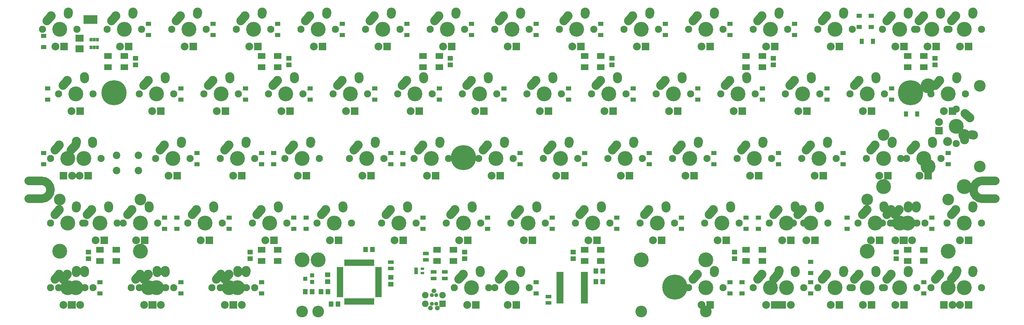
<source format=gbs>
%TF.GenerationSoftware,KiCad,Pcbnew,4.0.7*%
%TF.CreationDate,2018-01-29T01:29:02-08:00*%
%TF.ProjectId,VoyagerII,566F796167657249492E6B696361645F,rev?*%
%TF.FileFunction,Soldermask,Bot*%
%FSLAX46Y46*%
G04 Gerber Fmt 4.6, Leading zero omitted, Abs format (unit mm)*
G04 Created by KiCad (PCBNEW 4.0.7) date 01/29/18 01:29:02*
%MOMM*%
%LPD*%
G01*
G04 APERTURE LIST*
%ADD10C,0.100000*%
%ADD11C,2.501900*%
%ADD12C,7.401300*%
%ADD13C,7.400240*%
%ADD14R,1.400000X1.650000*%
%ADD15R,1.650000X1.400000*%
%ADD16R,2.430000X2.050000*%
%ADD17R,1.700000X1.100000*%
%ADD18C,2.200000*%
%ADD19R,0.950000X1.900000*%
%ADD20R,1.900000X0.950000*%
%ADD21R,1.300000X1.200000*%
%ADD22R,0.910000X1.100000*%
%ADD23R,0.900000X2.650000*%
%ADD24R,1.600000X1.300000*%
%ADD25R,1.300000X1.600000*%
%ADD26C,1.184860*%
%ADD27C,1.388060*%
%ADD28C,1.385520*%
%ADD29C,1.924000*%
%ADD30R,1.924000X1.924000*%
%ADD31R,2.150000X0.850000*%
%ADD32R,2.200000X1.800000*%
%ADD33C,2.650000*%
%ADD34C,2.650000*%
%ADD35C,4.387800*%
%ADD36C,2.101800*%
%ADD37C,3.448000*%
%ADD38C,2.305000*%
%ADD39R,2.305000X2.305000*%
%ADD40R,1.050000X0.800000*%
G04 APERTURE END LIST*
D10*
D11*
X329200000Y-101799050D02*
X333000000Y-101799050D01*
X326549050Y-104450000D02*
G75*
G02X329200000Y-101799050I2650950J0D01*
G01*
X329200000Y-107100950D02*
G75*
G02X326549050Y-104450000I0J2650950D01*
G01*
X329200000Y-107100950D02*
X333050000Y-107100950D01*
X48000000Y-101799050D02*
X51800000Y-101799050D01*
X54450950Y-104450000D02*
G75*
G03X51800000Y-101799050I-2650950J0D01*
G01*
X51800000Y-107100950D02*
G75*
G03X54450950Y-104450000I0J2650950D01*
G01*
X48000000Y-107100950D02*
X51800000Y-107100950D01*
D12*
X73200000Y-75850000D03*
D13*
X176200000Y-94950000D03*
X238500000Y-133150000D03*
X308050000Y-75850000D03*
D14*
X131556000Y-134493000D03*
X129556000Y-134493000D03*
D15*
X136144000Y-129556000D03*
X136144000Y-131556000D03*
D14*
X139176000Y-138176000D03*
X137176000Y-138176000D03*
D15*
X154813000Y-132318000D03*
X154813000Y-130318000D03*
D14*
X149336000Y-122110500D03*
X147336000Y-122110500D03*
X134255000Y-134493000D03*
X136255000Y-134493000D03*
D16*
X62992000Y-62921000D03*
X62992000Y-59761000D03*
D17*
X154813000Y-125796000D03*
X154813000Y-127696000D03*
D18*
X73900000Y-94270000D03*
X80400000Y-98770000D03*
X73900000Y-98770000D03*
X80400000Y-94270000D03*
D19*
X149478500Y-137399000D03*
X148678500Y-137399000D03*
X147878500Y-137399000D03*
X147078500Y-137399000D03*
X146278500Y-137399000D03*
X145478500Y-137399000D03*
X144678500Y-137399000D03*
X143878500Y-137399000D03*
X143078500Y-137399000D03*
X142278500Y-137399000D03*
X141478500Y-137399000D03*
D20*
X139778500Y-135699000D03*
X139778500Y-134899000D03*
X139778500Y-134099000D03*
X139778500Y-133299000D03*
X139778500Y-132499000D03*
X139778500Y-131699000D03*
X139778500Y-130899000D03*
X139778500Y-130099000D03*
X139778500Y-129299000D03*
X139778500Y-128499000D03*
X139778500Y-127699000D03*
D19*
X141478500Y-125999000D03*
X142278500Y-125999000D03*
X143078500Y-125999000D03*
X143878500Y-125999000D03*
X144678500Y-125999000D03*
X145478500Y-125999000D03*
X146278500Y-125999000D03*
X147078500Y-125999000D03*
X147878500Y-125999000D03*
X148678500Y-125999000D03*
X149478500Y-125999000D03*
D20*
X151178500Y-127699000D03*
X151178500Y-128499000D03*
X151178500Y-129299000D03*
X151178500Y-130099000D03*
X151178500Y-130899000D03*
X151178500Y-131699000D03*
X151178500Y-132499000D03*
X151178500Y-133299000D03*
X151178500Y-134099000D03*
X151178500Y-134899000D03*
X151178500Y-135699000D03*
D21*
X131556000Y-129733000D03*
X131556000Y-131633000D03*
X129556000Y-130683000D03*
D22*
X66360000Y-60181000D03*
X67310000Y-60181000D03*
X68260000Y-60181000D03*
X68260000Y-62501000D03*
X67310000Y-62501000D03*
X66360000Y-62501000D03*
D23*
X67800000Y-54252250D03*
X67000000Y-54252250D03*
X66200000Y-54252250D03*
X65400000Y-54252250D03*
X64600000Y-54252250D03*
D14*
X215281000Y-128397000D03*
X217281000Y-128397000D03*
X215265000Y-131572000D03*
X217265000Y-131572000D03*
D24*
X52387500Y-62371875D03*
X52387500Y-59071875D03*
X83343750Y-58800000D03*
X83343750Y-55500000D03*
X102393750Y-58800000D03*
X102393750Y-55500000D03*
X121443750Y-58800000D03*
X121443750Y-55500000D03*
X140493750Y-58800000D03*
X140493750Y-55500000D03*
X159543750Y-58800000D03*
X159543750Y-55500000D03*
X178593750Y-58800000D03*
X178593750Y-55500000D03*
X197643750Y-58800000D03*
X197643750Y-55500000D03*
X216693750Y-58800000D03*
X216693750Y-55500000D03*
X235743750Y-58800000D03*
X235743750Y-55500000D03*
X254793750Y-58800000D03*
X254793750Y-55500000D03*
X273843750Y-58800000D03*
X273843750Y-55500000D03*
X292893750Y-56418750D03*
X292893750Y-53118750D03*
X296465625Y-56418750D03*
X296465625Y-53118750D03*
D25*
X293625000Y-60721875D03*
X296925000Y-60721875D03*
D24*
X53578125Y-77850000D03*
X53578125Y-74550000D03*
X92868750Y-77850000D03*
X92868750Y-74550000D03*
X111918750Y-77850000D03*
X111918750Y-74550000D03*
X130968750Y-77850000D03*
X130968750Y-74550000D03*
X150018750Y-77850000D03*
X150018750Y-74550000D03*
X169068750Y-77850000D03*
X169068750Y-74550000D03*
X188118750Y-77850000D03*
X188118750Y-74550000D03*
X207168750Y-77850000D03*
X207168750Y-74550000D03*
X226218750Y-77850000D03*
X226218750Y-74550000D03*
X245268750Y-77850000D03*
X245268750Y-74550000D03*
X264318750Y-77850000D03*
X264318750Y-74550000D03*
X283368750Y-77850000D03*
X283368750Y-74550000D03*
X302418750Y-77850000D03*
X302418750Y-74550000D03*
D25*
X306721875Y-82153125D03*
X310021875Y-82153125D03*
D24*
X52387500Y-96900000D03*
X52387500Y-93600000D03*
X97631250Y-96900000D03*
X97631250Y-93600000D03*
X116681250Y-96900000D03*
X116681250Y-93600000D03*
X120253125Y-96900000D03*
X120253125Y-93600000D03*
X154781250Y-96900000D03*
X154781250Y-93600000D03*
X158353125Y-96900000D03*
X158353125Y-93600000D03*
X192881250Y-96900000D03*
X192881250Y-93600000D03*
X211931250Y-96900000D03*
X211931250Y-93600000D03*
X230981250Y-96900000D03*
X230981250Y-93600000D03*
X250031250Y-96900000D03*
X250031250Y-93600000D03*
X269081250Y-96900000D03*
X269081250Y-93600000D03*
X288131250Y-96900000D03*
X288131250Y-93600000D03*
X319087500Y-96900000D03*
X319087500Y-93600000D03*
X88106250Y-115950000D03*
X88106250Y-112650000D03*
X91678125Y-115950000D03*
X91678125Y-112650000D03*
X107156250Y-115950000D03*
X107156250Y-112650000D03*
X126206250Y-115950000D03*
X126206250Y-112650000D03*
X129778125Y-115950000D03*
X129778125Y-112650000D03*
X164306250Y-115950000D03*
X164306250Y-112650000D03*
X183356250Y-115950000D03*
X183356250Y-112650000D03*
X202406250Y-115950000D03*
X202406250Y-112650000D03*
X221456250Y-115950000D03*
X221456250Y-112650000D03*
X240506250Y-115950000D03*
X240506250Y-112650000D03*
X259556250Y-115950000D03*
X259556250Y-112650000D03*
X197643750Y-135000000D03*
X197643750Y-131700000D03*
X263128125Y-115950000D03*
X263128125Y-112650000D03*
X289321875Y-115950000D03*
X289321875Y-112650000D03*
X314325000Y-115950000D03*
X314325000Y-112650000D03*
X69056250Y-135000000D03*
X69056250Y-131700000D03*
X92868750Y-135000000D03*
X92868750Y-131700000D03*
X116681250Y-135000000D03*
X116681250Y-131700000D03*
X254793750Y-135000000D03*
X254793750Y-131700000D03*
X258365625Y-135000000D03*
X258365625Y-131700000D03*
X278606250Y-129046875D03*
X278606250Y-125746875D03*
X278606250Y-135000000D03*
X278606250Y-131700000D03*
X311943750Y-135000000D03*
X311943750Y-131700000D03*
D26*
X168148000Y-135509000D03*
X166878000Y-135509000D03*
X168148000Y-138049000D03*
X166878000Y-138049000D03*
D27*
X167513000Y-134239000D03*
D28*
X166497000Y-139319000D03*
X168529000Y-139319000D03*
D29*
X170053000Y-135509000D03*
X164973000Y-135509000D03*
D30*
X170053000Y-138049000D03*
D29*
X164973000Y-138049000D03*
D17*
X201295000Y-135956000D03*
X201295000Y-137856000D03*
X167386000Y-130617000D03*
X167386000Y-128717000D03*
X170688000Y-130617000D03*
X170688000Y-128717000D03*
D31*
X211880000Y-129125000D03*
X211880000Y-129775000D03*
X211880000Y-130425000D03*
X211880000Y-131075000D03*
X211880000Y-131725000D03*
X211880000Y-132375000D03*
X211880000Y-133025000D03*
X211880000Y-133675000D03*
X211880000Y-134325000D03*
X211880000Y-134975000D03*
X211880000Y-135625000D03*
X211880000Y-136275000D03*
X211880000Y-136925000D03*
X211880000Y-137575000D03*
X204680000Y-137575000D03*
X204680000Y-136925000D03*
X204680000Y-136275000D03*
X204680000Y-135625000D03*
X204680000Y-134975000D03*
X204680000Y-134325000D03*
X204680000Y-133675000D03*
X204680000Y-133025000D03*
X204680000Y-132375000D03*
X204680000Y-131725000D03*
X204680000Y-131075000D03*
X204680000Y-130425000D03*
X204680000Y-129775000D03*
X204680000Y-129125000D03*
D15*
X176530000Y-122825000D03*
X176530000Y-124825000D03*
X219964000Y-65675000D03*
X219964000Y-67675000D03*
X208534000Y-122825000D03*
X208534000Y-124825000D03*
X172339000Y-65675000D03*
X172339000Y-67675000D03*
X256159000Y-122825000D03*
X256159000Y-124825000D03*
X124714000Y-65675000D03*
X124714000Y-67675000D03*
X303784000Y-122825000D03*
X303784000Y-124825000D03*
X79502000Y-65675000D03*
X79502000Y-67675000D03*
X315214000Y-65675000D03*
X315214000Y-67675000D03*
X65659000Y-122825000D03*
X65659000Y-124825000D03*
X267589000Y-65675000D03*
X267589000Y-67675000D03*
X113284000Y-122825000D03*
X113284000Y-124825000D03*
D32*
X173215000Y-122175000D03*
X173215000Y-125475000D03*
X168415000Y-125475000D03*
X168415000Y-122175000D03*
X216712500Y-65025000D03*
X216712500Y-68325000D03*
X211912500Y-68325000D03*
X211912500Y-65025000D03*
X216712500Y-122175000D03*
X216712500Y-125475000D03*
X211912500Y-125475000D03*
X211912500Y-122175000D03*
X169087500Y-65025000D03*
X169087500Y-68325000D03*
X164287500Y-68325000D03*
X164287500Y-65025000D03*
X264337500Y-122175000D03*
X264337500Y-125475000D03*
X259537500Y-125475000D03*
X259537500Y-122175000D03*
X121462500Y-65025000D03*
X121462500Y-68325000D03*
X116662500Y-68325000D03*
X116662500Y-65025000D03*
X311962500Y-122175000D03*
X311962500Y-125475000D03*
X307162500Y-125475000D03*
X307162500Y-122175000D03*
X76218750Y-65025000D03*
X76218750Y-68325000D03*
X71418750Y-68325000D03*
X71418750Y-65025000D03*
X311962500Y-65025000D03*
X311962500Y-68325000D03*
X307162500Y-68325000D03*
X307162500Y-65025000D03*
X73837500Y-122175000D03*
X73837500Y-125475000D03*
X69037500Y-125475000D03*
X69037500Y-122175000D03*
X264337500Y-65025000D03*
X264337500Y-68325000D03*
X259537500Y-68325000D03*
X259537500Y-65025000D03*
X121462500Y-122175000D03*
X121462500Y-125475000D03*
X116662500Y-125475000D03*
X116662500Y-122175000D03*
D17*
X165100000Y-125156000D03*
X165100000Y-123256000D03*
D33*
X250150000Y-52650000D02*
X250190000Y-52070000D01*
D34*
X250190000Y-52070000D03*
D33*
X243840000Y-54610000D02*
X245150000Y-53150000D01*
D35*
X247650000Y-57150000D03*
D34*
X245150000Y-53150000D03*
D36*
X242570000Y-57150000D03*
X252730000Y-57150000D03*
D33*
X78700000Y-52650000D02*
X78740000Y-52070000D01*
D34*
X78740000Y-52070000D03*
D33*
X72390000Y-54610000D02*
X73700000Y-53150000D01*
D35*
X76200000Y-57150000D03*
D34*
X73700000Y-53150000D03*
D36*
X71120000Y-57150000D03*
X81280000Y-57150000D03*
D33*
X97750000Y-52650000D02*
X97790000Y-52070000D01*
D34*
X97790000Y-52070000D03*
D33*
X91440000Y-54610000D02*
X92750000Y-53150000D01*
D35*
X95250000Y-57150000D03*
D34*
X92750000Y-53150000D03*
D36*
X90170000Y-57150000D03*
X100330000Y-57150000D03*
D33*
X116800000Y-52650000D02*
X116840000Y-52070000D01*
D34*
X116840000Y-52070000D03*
D33*
X110490000Y-54610000D02*
X111800000Y-53150000D01*
D35*
X114300000Y-57150000D03*
D34*
X111800000Y-53150000D03*
D36*
X109220000Y-57150000D03*
X119380000Y-57150000D03*
D33*
X135850000Y-52650000D02*
X135890000Y-52070000D01*
D34*
X135890000Y-52070000D03*
D33*
X129540000Y-54610000D02*
X130850000Y-53150000D01*
D35*
X133350000Y-57150000D03*
D34*
X130850000Y-53150000D03*
D36*
X128270000Y-57150000D03*
X138430000Y-57150000D03*
D33*
X154900000Y-52650000D02*
X154940000Y-52070000D01*
D34*
X154940000Y-52070000D03*
D33*
X148590000Y-54610000D02*
X149900000Y-53150000D01*
D35*
X152400000Y-57150000D03*
D34*
X149900000Y-53150000D03*
D36*
X147320000Y-57150000D03*
X157480000Y-57150000D03*
D33*
X173950000Y-52650000D02*
X173990000Y-52070000D01*
D34*
X173990000Y-52070000D03*
D33*
X167640000Y-54610000D02*
X168950000Y-53150000D01*
D35*
X171450000Y-57150000D03*
D34*
X168950000Y-53150000D03*
D36*
X166370000Y-57150000D03*
X176530000Y-57150000D03*
D33*
X193000000Y-52650000D02*
X193040000Y-52070000D01*
D34*
X193040000Y-52070000D03*
D33*
X186690000Y-54610000D02*
X188000000Y-53150000D01*
D35*
X190500000Y-57150000D03*
D34*
X188000000Y-53150000D03*
D36*
X185420000Y-57150000D03*
X195580000Y-57150000D03*
D33*
X212050000Y-52650000D02*
X212090000Y-52070000D01*
D34*
X212090000Y-52070000D03*
D33*
X205740000Y-54610000D02*
X207050000Y-53150000D01*
D35*
X209550000Y-57150000D03*
D34*
X207050000Y-53150000D03*
D36*
X204470000Y-57150000D03*
X214630000Y-57150000D03*
D33*
X231100000Y-52650000D02*
X231140000Y-52070000D01*
D34*
X231140000Y-52070000D03*
D33*
X224790000Y-54610000D02*
X226100000Y-53150000D01*
D35*
X228600000Y-57150000D03*
D34*
X226100000Y-53150000D03*
D36*
X223520000Y-57150000D03*
X233680000Y-57150000D03*
D33*
X283487500Y-90750000D02*
X283527500Y-90170000D01*
D34*
X283527500Y-90170000D03*
D33*
X277177500Y-92710000D02*
X278487500Y-91250000D01*
D35*
X280987500Y-95250000D03*
D34*
X278487500Y-91250000D03*
D36*
X275907500Y-95250000D03*
X286067500Y-95250000D03*
D33*
X235862500Y-109800000D02*
X235902500Y-109220000D01*
D34*
X235902500Y-109220000D03*
D33*
X229552500Y-111760000D02*
X230862500Y-110300000D01*
D35*
X233362500Y-114300000D03*
D34*
X230862500Y-110300000D03*
D36*
X228282500Y-114300000D03*
X238442500Y-114300000D03*
D33*
X269200000Y-52650000D02*
X269240000Y-52070000D01*
D34*
X269240000Y-52070000D03*
D33*
X262890000Y-54610000D02*
X264200000Y-53150000D01*
D35*
X266700000Y-57150000D03*
D34*
X264200000Y-53150000D03*
D36*
X261620000Y-57150000D03*
X271780000Y-57150000D03*
D33*
X254912500Y-109800000D02*
X254952500Y-109220000D01*
D34*
X254952500Y-109220000D03*
D33*
X248602500Y-111760000D02*
X249912500Y-110300000D01*
D35*
X252412500Y-114300000D03*
D34*
X249912500Y-110300000D03*
D36*
X247332500Y-114300000D03*
X257492500Y-114300000D03*
D33*
X264437500Y-90750000D02*
X264477500Y-90170000D01*
D34*
X264477500Y-90170000D03*
D33*
X258127500Y-92710000D02*
X259437500Y-91250000D01*
D35*
X261937500Y-95250000D03*
D34*
X259437500Y-91250000D03*
D36*
X256857500Y-95250000D03*
X267017500Y-95250000D03*
D33*
X288250000Y-52650000D02*
X288290000Y-52070000D01*
D34*
X288290000Y-52070000D03*
D33*
X281940000Y-54610000D02*
X283250000Y-53150000D01*
D35*
X285750000Y-57150000D03*
D34*
X283250000Y-53150000D03*
D36*
X280670000Y-57150000D03*
X290830000Y-57150000D03*
D33*
X92987500Y-90750000D02*
X93027500Y-90170000D01*
D34*
X93027500Y-90170000D03*
D33*
X86677500Y-92710000D02*
X87987500Y-91250000D01*
D35*
X90487500Y-95250000D03*
D34*
X87987500Y-91250000D03*
D36*
X85407500Y-95250000D03*
X95567500Y-95250000D03*
D33*
X178712500Y-109800000D02*
X178752500Y-109220000D01*
D34*
X178752500Y-109220000D03*
D33*
X172402500Y-111760000D02*
X173712500Y-110300000D01*
D35*
X176212500Y-114300000D03*
D34*
X173712500Y-110300000D03*
D36*
X171132500Y-114300000D03*
X181292500Y-114300000D03*
D33*
X316825000Y-52650000D02*
X316865000Y-52070000D01*
D34*
X316865000Y-52070000D03*
D33*
X310515000Y-54610000D02*
X311825000Y-53150000D01*
D35*
X314325000Y-57150000D03*
D34*
X311825000Y-53150000D03*
D36*
X309245000Y-57150000D03*
X319405000Y-57150000D03*
D33*
X326350000Y-52650000D02*
X326390000Y-52070000D01*
D34*
X326390000Y-52070000D03*
D33*
X320040000Y-54610000D02*
X321350000Y-53150000D01*
D35*
X323850000Y-57150000D03*
D34*
X321350000Y-53150000D03*
D36*
X318770000Y-57150000D03*
X328930000Y-57150000D03*
D33*
X140612500Y-109800000D02*
X140652500Y-109220000D01*
D34*
X140652500Y-109220000D03*
D33*
X134302500Y-111760000D02*
X135612500Y-110300000D01*
D35*
X138112500Y-114300000D03*
D34*
X135612500Y-110300000D03*
D36*
X133032500Y-114300000D03*
X143192500Y-114300000D03*
D33*
X66793750Y-90750000D02*
X66833750Y-90170000D01*
D34*
X66833750Y-90170000D03*
D33*
X60483750Y-92710000D02*
X61793750Y-91250000D01*
D35*
X64293750Y-95250000D03*
D34*
X61793750Y-91250000D03*
D36*
X59213750Y-95250000D03*
X69373750Y-95250000D03*
D33*
X62031250Y-90750000D02*
X62071250Y-90170000D01*
D34*
X62071250Y-90170000D03*
D33*
X55721250Y-92710000D02*
X57031250Y-91250000D01*
D35*
X59531250Y-95250000D03*
D34*
X57031250Y-91250000D03*
D36*
X54451250Y-95250000D03*
X64611250Y-95250000D03*
D33*
X131087500Y-90750000D02*
X131127500Y-90170000D01*
D34*
X131127500Y-90170000D03*
D33*
X124777500Y-92710000D02*
X126087500Y-91250000D01*
D35*
X128587500Y-95250000D03*
D34*
X126087500Y-91250000D03*
D36*
X123507500Y-95250000D03*
X133667500Y-95250000D03*
D33*
X307300000Y-52650000D02*
X307340000Y-52070000D01*
D34*
X307340000Y-52070000D03*
D33*
X300990000Y-54610000D02*
X302300000Y-53150000D01*
D35*
X304800000Y-57150000D03*
D34*
X302300000Y-53150000D03*
D36*
X299720000Y-57150000D03*
X309880000Y-57150000D03*
D33*
X126325000Y-71700000D02*
X126365000Y-71120000D01*
D34*
X126365000Y-71120000D03*
D33*
X120015000Y-73660000D02*
X121325000Y-72200000D01*
D35*
X123825000Y-76200000D03*
D34*
X121325000Y-72200000D03*
D36*
X118745000Y-76200000D03*
X128905000Y-76200000D03*
D33*
X314443750Y-90750000D02*
X314483750Y-90170000D01*
D34*
X314483750Y-90170000D03*
D33*
X308133750Y-92710000D02*
X309443750Y-91250000D01*
D35*
X311943750Y-95250000D03*
D34*
X309443750Y-91250000D03*
D36*
X306863750Y-95250000D03*
X317023750Y-95250000D03*
D37*
X300037500Y-88265000D03*
X323850000Y-88265000D03*
D35*
X300037500Y-103505000D03*
X323850000Y-103505000D03*
D33*
X325968750Y-88225000D02*
X326548750Y-88264998D01*
D34*
X326548750Y-88265000D03*
D33*
X324008750Y-81915000D02*
X325468758Y-83224990D01*
D35*
X321468750Y-85725000D03*
D34*
X325468750Y-83225000D03*
D36*
X321468750Y-80645000D03*
X321468750Y-90805000D03*
D34*
X323968750Y-89725000D03*
X318968750Y-90225000D03*
D37*
X328453750Y-97631250D03*
X328453750Y-73818750D03*
D35*
X313213750Y-97631250D03*
X313213750Y-73818750D03*
D33*
X59650000Y-52650000D02*
X59690000Y-52070000D01*
D34*
X59690000Y-52070000D03*
D33*
X53340000Y-54610000D02*
X54650000Y-53150000D01*
D35*
X57150000Y-57150000D03*
D34*
X54650000Y-53150000D03*
D36*
X52070000Y-57150000D03*
X62230000Y-57150000D03*
D33*
X150137500Y-90750000D02*
X150177500Y-90170000D01*
D34*
X150177500Y-90170000D03*
D33*
X143827500Y-92710000D02*
X145137500Y-91250000D01*
D35*
X147637500Y-95250000D03*
D34*
X145137500Y-91250000D03*
D36*
X142557500Y-95250000D03*
X152717500Y-95250000D03*
D33*
X169187500Y-90750000D02*
X169227500Y-90170000D01*
D34*
X169227500Y-90170000D03*
D33*
X162877500Y-92710000D02*
X164187500Y-91250000D01*
D35*
X166687500Y-95250000D03*
D34*
X164187500Y-91250000D03*
D36*
X161607500Y-95250000D03*
X171767500Y-95250000D03*
D33*
X188237500Y-90750000D02*
X188277500Y-90170000D01*
D34*
X188277500Y-90170000D03*
D33*
X181927500Y-92710000D02*
X183237500Y-91250000D01*
D35*
X185737500Y-95250000D03*
D34*
X183237500Y-91250000D03*
D36*
X180657500Y-95250000D03*
X190817500Y-95250000D03*
D33*
X221575000Y-71700000D02*
X221615000Y-71120000D01*
D34*
X221615000Y-71120000D03*
D33*
X215265000Y-73660000D02*
X216575000Y-72200000D01*
D35*
X219075000Y-76200000D03*
D34*
X216575000Y-72200000D03*
D36*
X213995000Y-76200000D03*
X224155000Y-76200000D03*
D33*
X83462500Y-109800000D02*
X83502500Y-109220000D01*
D34*
X83502500Y-109220000D03*
D33*
X77152500Y-111760000D02*
X78462500Y-110300000D01*
D35*
X80962500Y-114300000D03*
D34*
X78462500Y-110300000D03*
D36*
X75882500Y-114300000D03*
X86042500Y-114300000D03*
D33*
X302537500Y-90750000D02*
X302577500Y-90170000D01*
D34*
X302577500Y-90170000D03*
D33*
X296227500Y-92710000D02*
X297537500Y-91250000D01*
D35*
X300037500Y-95250000D03*
D34*
X297537500Y-91250000D03*
D36*
X294957500Y-95250000D03*
X305117500Y-95250000D03*
D33*
X207287500Y-90750000D02*
X207327500Y-90170000D01*
D34*
X207327500Y-90170000D03*
D33*
X200977500Y-92710000D02*
X202287500Y-91250000D01*
D35*
X204787500Y-95250000D03*
D34*
X202287500Y-91250000D03*
D36*
X199707500Y-95250000D03*
X209867500Y-95250000D03*
D33*
X226337500Y-90750000D02*
X226377500Y-90170000D01*
D34*
X226377500Y-90170000D03*
D33*
X220027500Y-92710000D02*
X221337500Y-91250000D01*
D35*
X223837500Y-95250000D03*
D34*
X221337500Y-91250000D03*
D36*
X218757500Y-95250000D03*
X228917500Y-95250000D03*
D33*
X245387500Y-90750000D02*
X245427500Y-90170000D01*
D34*
X245427500Y-90170000D03*
D33*
X239077500Y-92710000D02*
X240387500Y-91250000D01*
D35*
X242887500Y-95250000D03*
D34*
X240387500Y-91250000D03*
D36*
X237807500Y-95250000D03*
X247967500Y-95250000D03*
D33*
X216812500Y-109800000D02*
X216852500Y-109220000D01*
D34*
X216852500Y-109220000D03*
D33*
X210502500Y-111760000D02*
X211812500Y-110300000D01*
D35*
X214312500Y-114300000D03*
D34*
X211812500Y-110300000D03*
D36*
X209232500Y-114300000D03*
X219392500Y-114300000D03*
D33*
X197762500Y-109800000D02*
X197802500Y-109220000D01*
D34*
X197802500Y-109220000D03*
D33*
X191452500Y-111760000D02*
X192762500Y-110300000D01*
D35*
X195262500Y-114300000D03*
D34*
X192762500Y-110300000D03*
D36*
X190182500Y-114300000D03*
X200342500Y-114300000D03*
D33*
X240625000Y-71700000D02*
X240665000Y-71120000D01*
D34*
X240665000Y-71120000D03*
D33*
X234315000Y-73660000D02*
X235625000Y-72200000D01*
D35*
X238125000Y-76200000D03*
D34*
X235625000Y-72200000D03*
D36*
X233045000Y-76200000D03*
X243205000Y-76200000D03*
D33*
X259675000Y-71700000D02*
X259715000Y-71120000D01*
D34*
X259715000Y-71120000D03*
D33*
X253365000Y-73660000D02*
X254675000Y-72200000D01*
D35*
X257175000Y-76200000D03*
D34*
X254675000Y-72200000D03*
D36*
X252095000Y-76200000D03*
X262255000Y-76200000D03*
D33*
X88225000Y-71700000D02*
X88265000Y-71120000D01*
D34*
X88265000Y-71120000D03*
D33*
X81915000Y-73660000D02*
X83225000Y-72200000D01*
D35*
X85725000Y-76200000D03*
D34*
X83225000Y-72200000D03*
D36*
X80645000Y-76200000D03*
X90805000Y-76200000D03*
D33*
X145375000Y-71700000D02*
X145415000Y-71120000D01*
D34*
X145415000Y-71120000D03*
D33*
X139065000Y-73660000D02*
X140375000Y-72200000D01*
D35*
X142875000Y-76200000D03*
D34*
X140375000Y-72200000D03*
D36*
X137795000Y-76200000D03*
X147955000Y-76200000D03*
D33*
X112037500Y-90750000D02*
X112077500Y-90170000D01*
D34*
X112077500Y-90170000D03*
D33*
X105727500Y-92710000D02*
X107037500Y-91250000D01*
D35*
X109537500Y-95250000D03*
D34*
X107037500Y-91250000D03*
D36*
X104457500Y-95250000D03*
X114617500Y-95250000D03*
D33*
X71556250Y-109800000D02*
X71596250Y-109220000D01*
D34*
X71596250Y-109220000D03*
D33*
X65246250Y-111760000D02*
X66556250Y-110300000D01*
D35*
X69056250Y-114300000D03*
D34*
X66556250Y-110300000D03*
D36*
X63976250Y-114300000D03*
X74136250Y-114300000D03*
D37*
X57150000Y-107315000D03*
X80962500Y-107315000D03*
D35*
X57150000Y-122555000D03*
X80962500Y-122555000D03*
D33*
X62031250Y-109800000D02*
X62071250Y-109220000D01*
D34*
X62071250Y-109220000D03*
D33*
X55721250Y-111760000D02*
X57031250Y-110300000D01*
D35*
X59531250Y-114300000D03*
D34*
X57031250Y-110300000D03*
D36*
X54451250Y-114300000D03*
X64611250Y-114300000D03*
D33*
X164425000Y-71700000D02*
X164465000Y-71120000D01*
D34*
X164465000Y-71120000D03*
D33*
X158115000Y-73660000D02*
X159425000Y-72200000D01*
D35*
X161925000Y-76200000D03*
D34*
X159425000Y-72200000D03*
D36*
X156845000Y-76200000D03*
X167005000Y-76200000D03*
D33*
X64412500Y-71700000D02*
X64452500Y-71120000D01*
D34*
X64452500Y-71120000D03*
D33*
X58102500Y-73660000D02*
X59412500Y-72200000D01*
D35*
X61912500Y-76200000D03*
D34*
X59412500Y-72200000D03*
D36*
X56832500Y-76200000D03*
X66992500Y-76200000D03*
D33*
X202525000Y-71700000D02*
X202565000Y-71120000D01*
D34*
X202565000Y-71120000D03*
D33*
X196215000Y-73660000D02*
X197525000Y-72200000D01*
D35*
X200025000Y-76200000D03*
D34*
X197525000Y-72200000D03*
D36*
X194945000Y-76200000D03*
X205105000Y-76200000D03*
D33*
X159662500Y-109800000D02*
X159702500Y-109220000D01*
D34*
X159702500Y-109220000D03*
D33*
X153352500Y-111760000D02*
X154662500Y-110300000D01*
D35*
X157162500Y-114300000D03*
D34*
X154662500Y-110300000D03*
D36*
X152082500Y-114300000D03*
X162242500Y-114300000D03*
D33*
X107275000Y-71700000D02*
X107315000Y-71120000D01*
D34*
X107315000Y-71120000D03*
D33*
X100965000Y-73660000D02*
X102275000Y-72200000D01*
D35*
X104775000Y-76200000D03*
D34*
X102275000Y-72200000D03*
D36*
X99695000Y-76200000D03*
X109855000Y-76200000D03*
D33*
X121562500Y-109800000D02*
X121602500Y-109220000D01*
D34*
X121602500Y-109220000D03*
D33*
X115252500Y-111760000D02*
X116562500Y-110300000D01*
D35*
X119062500Y-114300000D03*
D34*
X116562500Y-110300000D03*
D36*
X113982500Y-114300000D03*
X124142500Y-114300000D03*
D33*
X183475000Y-71700000D02*
X183515000Y-71120000D01*
D34*
X183515000Y-71120000D03*
D33*
X177165000Y-73660000D02*
X178475000Y-72200000D01*
D35*
X180975000Y-76200000D03*
D34*
X178475000Y-72200000D03*
D36*
X175895000Y-76200000D03*
X186055000Y-76200000D03*
D33*
X102512500Y-109800000D02*
X102552500Y-109220000D01*
D34*
X102552500Y-109220000D03*
D33*
X96202500Y-111760000D02*
X97512500Y-110300000D01*
D35*
X100012500Y-114300000D03*
D34*
X97512500Y-110300000D03*
D36*
X94932500Y-114300000D03*
X105092500Y-114300000D03*
D33*
X278725000Y-71700000D02*
X278765000Y-71120000D01*
D34*
X278765000Y-71120000D03*
D33*
X272415000Y-73660000D02*
X273725000Y-72200000D01*
D35*
X276225000Y-76200000D03*
D34*
X273725000Y-72200000D03*
D36*
X271145000Y-76200000D03*
X281305000Y-76200000D03*
D33*
X321587500Y-71700000D02*
X321627500Y-71120000D01*
D34*
X321627500Y-71120000D03*
D33*
X315277500Y-73660000D02*
X316587500Y-72200000D01*
D35*
X319087500Y-76200000D03*
D34*
X316587500Y-72200000D03*
D36*
X314007500Y-76200000D03*
X324167500Y-76200000D03*
D33*
X297775000Y-71700000D02*
X297815000Y-71120000D01*
D34*
X297815000Y-71120000D03*
D33*
X291465000Y-73660000D02*
X292775000Y-72200000D01*
D35*
X295275000Y-76200000D03*
D34*
X292775000Y-72200000D03*
D36*
X290195000Y-76200000D03*
X300355000Y-76200000D03*
D33*
X62031250Y-128850000D02*
X62071250Y-128270000D01*
D34*
X62071250Y-128270000D03*
D33*
X55721250Y-130810000D02*
X57031250Y-129350000D01*
D35*
X59531250Y-133350000D03*
D34*
X57031250Y-129350000D03*
D36*
X54451250Y-133350000D03*
X64611250Y-133350000D03*
D33*
X64412500Y-128850000D02*
X64452500Y-128270000D01*
D34*
X64452500Y-128270000D03*
D33*
X58102500Y-130810000D02*
X59412500Y-129350000D01*
D35*
X61912500Y-133350000D03*
D34*
X59412500Y-129350000D03*
D36*
X56832500Y-133350000D03*
X66992500Y-133350000D03*
D33*
X85843750Y-128850000D02*
X85883750Y-128270000D01*
D34*
X85883750Y-128270000D03*
D33*
X79533750Y-130810000D02*
X80843750Y-129350000D01*
D35*
X83343750Y-133350000D03*
D34*
X80843750Y-129350000D03*
D36*
X78263750Y-133350000D03*
X88423750Y-133350000D03*
D33*
X88225000Y-128850000D02*
X88265000Y-128270000D01*
D34*
X88265000Y-128270000D03*
D33*
X81915000Y-130810000D02*
X83225000Y-129350000D01*
D35*
X85725000Y-133350000D03*
D34*
X83225000Y-129350000D03*
D36*
X80645000Y-133350000D03*
X90805000Y-133350000D03*
D33*
X109656250Y-128850000D02*
X109696250Y-128270000D01*
D34*
X109696250Y-128270000D03*
D33*
X103346250Y-130810000D02*
X104656250Y-129350000D01*
D35*
X107156250Y-133350000D03*
D34*
X104656250Y-129350000D03*
D36*
X102076250Y-133350000D03*
X112236250Y-133350000D03*
D33*
X112037500Y-128850000D02*
X112077500Y-128270000D01*
D34*
X112077500Y-128270000D03*
D33*
X105727500Y-130810000D02*
X107037500Y-129350000D01*
D35*
X109537500Y-133350000D03*
D34*
X107037500Y-129350000D03*
D36*
X104457500Y-133350000D03*
X114617500Y-133350000D03*
D33*
X250150000Y-128850000D02*
X250190000Y-128270000D01*
D34*
X250190000Y-128270000D03*
D33*
X243840000Y-130810000D02*
X245150000Y-129350000D01*
D35*
X247650000Y-133350000D03*
D34*
X245150000Y-129350000D03*
D36*
X242570000Y-133350000D03*
X252730000Y-133350000D03*
D33*
X269200000Y-128850000D02*
X269240000Y-128270000D01*
D34*
X269240000Y-128270000D03*
D33*
X262890000Y-130810000D02*
X264200000Y-129350000D01*
D35*
X266700000Y-133350000D03*
D34*
X264200000Y-129350000D03*
D36*
X261620000Y-133350000D03*
X271780000Y-133350000D03*
D33*
X273962500Y-128850000D02*
X274002500Y-128270000D01*
D34*
X274002500Y-128270000D03*
D33*
X267652500Y-130810000D02*
X268962500Y-129350000D01*
D35*
X271462500Y-133350000D03*
D34*
X268962500Y-129350000D03*
D36*
X266382500Y-133350000D03*
X276542500Y-133350000D03*
D33*
X288250000Y-128850000D02*
X288290000Y-128270000D01*
D34*
X288290000Y-128270000D03*
D33*
X281940000Y-130810000D02*
X283250000Y-129350000D01*
D35*
X285750000Y-133350000D03*
D34*
X283250000Y-129350000D03*
D36*
X280670000Y-133350000D03*
X290830000Y-133350000D03*
D33*
X297775000Y-128850000D02*
X297815000Y-128270000D01*
D34*
X297815000Y-128270000D03*
D33*
X291465000Y-130810000D02*
X292775000Y-129350000D01*
D35*
X295275000Y-133350000D03*
D34*
X292775000Y-129350000D03*
D36*
X290195000Y-133350000D03*
X300355000Y-133350000D03*
D33*
X307300000Y-128850000D02*
X307340000Y-128270000D01*
D34*
X307340000Y-128270000D03*
D33*
X300990000Y-130810000D02*
X302300000Y-129350000D01*
D35*
X304800000Y-133350000D03*
D34*
X302300000Y-129350000D03*
D36*
X299720000Y-133350000D03*
X309880000Y-133350000D03*
D33*
X321587500Y-128850000D02*
X321627500Y-128270000D01*
D34*
X321627500Y-128270000D03*
D33*
X315277500Y-130810000D02*
X316587500Y-129350000D01*
D35*
X319087500Y-133350000D03*
D34*
X316587500Y-129350000D03*
D36*
X314007500Y-133350000D03*
X324167500Y-133350000D03*
D33*
X326350000Y-128850000D02*
X326390000Y-128270000D01*
D34*
X326390000Y-128270000D03*
D33*
X320040000Y-130810000D02*
X321350000Y-129350000D01*
D35*
X323850000Y-133350000D03*
D34*
X321350000Y-129350000D03*
D36*
X318770000Y-133350000D03*
X328930000Y-133350000D03*
D33*
X273962500Y-109800000D02*
X274002500Y-109220000D01*
D34*
X274002500Y-109220000D03*
D33*
X267652500Y-111760000D02*
X268962500Y-110300000D01*
D35*
X271462500Y-114300000D03*
D34*
X268962500Y-110300000D03*
D36*
X266382500Y-114300000D03*
X276542500Y-114300000D03*
D33*
X309681250Y-109800000D02*
X309721250Y-109220000D01*
D34*
X309721250Y-109220000D03*
D33*
X303371250Y-111760000D02*
X304681250Y-110300000D01*
D35*
X307181250Y-114300000D03*
D34*
X304681250Y-110300000D03*
D36*
X302101250Y-114300000D03*
X312261250Y-114300000D03*
D37*
X295275000Y-107315000D03*
X319087500Y-107315000D03*
D35*
X295275000Y-122555000D03*
X319087500Y-122555000D03*
D33*
X281106250Y-109800000D02*
X281146250Y-109220000D01*
D34*
X281146250Y-109220000D03*
D33*
X274796250Y-111760000D02*
X276106250Y-110300000D01*
D35*
X278606250Y-114300000D03*
D34*
X276106250Y-110300000D03*
D36*
X273526250Y-114300000D03*
X283686250Y-114300000D03*
D33*
X300156250Y-109800000D02*
X300196250Y-109220000D01*
D34*
X300196250Y-109220000D03*
D33*
X293846250Y-111760000D02*
X295156250Y-110300000D01*
D35*
X297656250Y-114300000D03*
D34*
X295156250Y-110300000D03*
D36*
X292576250Y-114300000D03*
X302736250Y-114300000D03*
D33*
X307300000Y-109800000D02*
X307340000Y-109220000D01*
D34*
X307340000Y-109220000D03*
D33*
X300990000Y-111760000D02*
X302300000Y-110300000D01*
D35*
X304800000Y-114300000D03*
D34*
X302300000Y-110300000D03*
D36*
X299720000Y-114300000D03*
X309880000Y-114300000D03*
D33*
X326350000Y-109800000D02*
X326390000Y-109220000D01*
D34*
X326390000Y-109220000D03*
D33*
X320040000Y-111760000D02*
X321350000Y-110300000D01*
D35*
X323850000Y-114300000D03*
D34*
X321350000Y-110300000D03*
D36*
X318770000Y-114300000D03*
X328930000Y-114300000D03*
D33*
X181093750Y-128850000D02*
X181133750Y-128270000D01*
D34*
X181133750Y-128270000D03*
D33*
X174783750Y-130810000D02*
X176093750Y-129350000D01*
D35*
X178593750Y-133350000D03*
D34*
X176093750Y-129350000D03*
D36*
X173513750Y-133350000D03*
X183673750Y-133350000D03*
D37*
X128593850Y-140335000D03*
X228593650Y-140335000D03*
D35*
X128593850Y-125095000D03*
X228593650Y-125095000D03*
D33*
X193000000Y-128850000D02*
X193040000Y-128270000D01*
D34*
X193040000Y-128270000D03*
D33*
X186690000Y-130810000D02*
X188000000Y-129350000D01*
D35*
X190500000Y-133350000D03*
D34*
X188000000Y-129350000D03*
D36*
X185420000Y-133350000D03*
X195580000Y-133350000D03*
D37*
X133350000Y-140335000D03*
X247650000Y-140335000D03*
D35*
X133350000Y-125095000D03*
X247650000Y-125095000D03*
D38*
X55880000Y-62230000D03*
D39*
X58420000Y-62230000D03*
D38*
X74930000Y-62230000D03*
D39*
X77470000Y-62230000D03*
D38*
X93980000Y-62230000D03*
D39*
X96520000Y-62230000D03*
D38*
X113030000Y-62230000D03*
D39*
X115570000Y-62230000D03*
D38*
X132080000Y-62230000D03*
D39*
X134620000Y-62230000D03*
D38*
X151130000Y-62230000D03*
D39*
X153670000Y-62230000D03*
D38*
X170180000Y-62230000D03*
D39*
X172720000Y-62230000D03*
D38*
X189230000Y-62230000D03*
D39*
X191770000Y-62230000D03*
D38*
X208280000Y-62230000D03*
D39*
X210820000Y-62230000D03*
D38*
X227330000Y-62230000D03*
D39*
X229870000Y-62230000D03*
D38*
X246380000Y-62230000D03*
D39*
X248920000Y-62230000D03*
D38*
X265430000Y-62230000D03*
D39*
X267970000Y-62230000D03*
D38*
X284480000Y-62230000D03*
D39*
X287020000Y-62230000D03*
D38*
X303530000Y-62230000D03*
D39*
X306070000Y-62230000D03*
D38*
X313055000Y-62230000D03*
D39*
X315595000Y-62230000D03*
D38*
X60642500Y-81280000D03*
D39*
X63182500Y-81280000D03*
D38*
X84455000Y-81280000D03*
D39*
X86995000Y-81280000D03*
D38*
X103505000Y-81280000D03*
D39*
X106045000Y-81280000D03*
D38*
X122555000Y-81280000D03*
D39*
X125095000Y-81280000D03*
D38*
X141605000Y-81280000D03*
D39*
X144145000Y-81280000D03*
D38*
X160655000Y-81280000D03*
D39*
X163195000Y-81280000D03*
D38*
X179705000Y-81280000D03*
D39*
X182245000Y-81280000D03*
D38*
X198755000Y-81280000D03*
D39*
X201295000Y-81280000D03*
D38*
X217805000Y-81280000D03*
D39*
X220345000Y-81280000D03*
D38*
X236855000Y-81280000D03*
D39*
X239395000Y-81280000D03*
D38*
X255905000Y-81280000D03*
D39*
X258445000Y-81280000D03*
D38*
X274955000Y-81280000D03*
D39*
X277495000Y-81280000D03*
D38*
X294005000Y-81280000D03*
D39*
X296545000Y-81280000D03*
D38*
X317817500Y-81280000D03*
D39*
X320357500Y-81280000D03*
D38*
X63023750Y-100330000D03*
D39*
X65563750Y-100330000D03*
D38*
X89217500Y-100330000D03*
D39*
X91757500Y-100330000D03*
D38*
X108267500Y-100330000D03*
D39*
X110807500Y-100330000D03*
D38*
X127317500Y-100330000D03*
D39*
X129857500Y-100330000D03*
D38*
X146367500Y-100330000D03*
D39*
X148907500Y-100330000D03*
D38*
X165417500Y-100330000D03*
D39*
X167957500Y-100330000D03*
D38*
X184467500Y-100330000D03*
D39*
X187007500Y-100330000D03*
D38*
X203517500Y-100330000D03*
D39*
X206057500Y-100330000D03*
D38*
X222567500Y-100330000D03*
D39*
X225107500Y-100330000D03*
D38*
X241617500Y-100330000D03*
D39*
X244157500Y-100330000D03*
D38*
X260667500Y-100330000D03*
D39*
X263207500Y-100330000D03*
D38*
X279717500Y-100330000D03*
D39*
X282257500Y-100330000D03*
D38*
X310673750Y-100330000D03*
D39*
X313213750Y-100330000D03*
D38*
X67786250Y-119380000D03*
D39*
X70326250Y-119380000D03*
D38*
X79692500Y-119380000D03*
D39*
X82232500Y-119380000D03*
D38*
X98742500Y-119380000D03*
D39*
X101282500Y-119380000D03*
D38*
X117792500Y-119380000D03*
D39*
X120332500Y-119380000D03*
D38*
X136842500Y-119380000D03*
D39*
X139382500Y-119380000D03*
D38*
X155892500Y-119380000D03*
D39*
X158432500Y-119380000D03*
D38*
X174942500Y-119380000D03*
D39*
X177482500Y-119380000D03*
D38*
X193992500Y-119380000D03*
D39*
X196532500Y-119380000D03*
D38*
X213042500Y-119380000D03*
D39*
X215582500Y-119380000D03*
D38*
X232092500Y-119380000D03*
D39*
X234632500Y-119380000D03*
D38*
X251142500Y-119380000D03*
D39*
X253682500Y-119380000D03*
D38*
X270192500Y-119380000D03*
D39*
X272732500Y-119380000D03*
D38*
X296386250Y-119380000D03*
D39*
X298926250Y-119380000D03*
D38*
X322580000Y-119380000D03*
D39*
X325120000Y-119380000D03*
D38*
X58261250Y-138430000D03*
D39*
X60801250Y-138430000D03*
D38*
X82073750Y-138430000D03*
D39*
X84613750Y-138430000D03*
D38*
X105886250Y-138430000D03*
D39*
X108426250Y-138430000D03*
D38*
X177323750Y-138430000D03*
D39*
X179863750Y-138430000D03*
D38*
X246380000Y-138430000D03*
D39*
X248920000Y-138430000D03*
D38*
X265430000Y-138430000D03*
D39*
X267970000Y-138430000D03*
D38*
X284480000Y-138430000D03*
D39*
X287020000Y-138430000D03*
D38*
X303530000Y-138430000D03*
D39*
X306070000Y-138430000D03*
D38*
X322580000Y-138430000D03*
D39*
X325120000Y-138430000D03*
X58261250Y-100330000D03*
D38*
X60801250Y-100330000D03*
D39*
X60642500Y-138430000D03*
D38*
X63182500Y-138430000D03*
D39*
X84455000Y-138430000D03*
D38*
X86995000Y-138430000D03*
D39*
X108267500Y-138430000D03*
D38*
X110807500Y-138430000D03*
X189230000Y-138430000D03*
D39*
X191770000Y-138430000D03*
D38*
X322580000Y-62230000D03*
D39*
X325120000Y-62230000D03*
D38*
X298767500Y-100330000D03*
D39*
X301307500Y-100330000D03*
D38*
X316388750Y-84455000D03*
D39*
X316388750Y-86995000D03*
D38*
X277336250Y-119380000D03*
D39*
X279876250Y-119380000D03*
D38*
X303530000Y-119380000D03*
D39*
X306070000Y-119380000D03*
X305911250Y-119380000D03*
D38*
X308451250Y-119380000D03*
D39*
X270192500Y-138430000D03*
D38*
X272732500Y-138430000D03*
X294005000Y-138430000D03*
D39*
X296545000Y-138430000D03*
X317817500Y-138430000D03*
D38*
X320357500Y-138430000D03*
D40*
X162245000Y-129047000D03*
X162245000Y-127747000D03*
X162245000Y-128397000D03*
X164145000Y-127747000D03*
X164145000Y-129047000D03*
M02*

</source>
